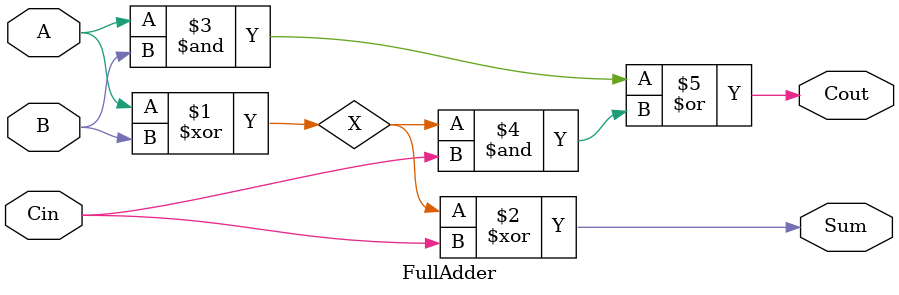
<source format=sv>
module FullAdder(
    input  logic A, 
    input  logic B, 
    input  logic Cin, 
    output logic Sum, 
    output logic Cout 
);

logic X;

assign X = A ^ B;
assign Sum = X ^ Cin;
assign Cout = (A & B) | (X & Cin);

endmodule : FullAdder

</source>
